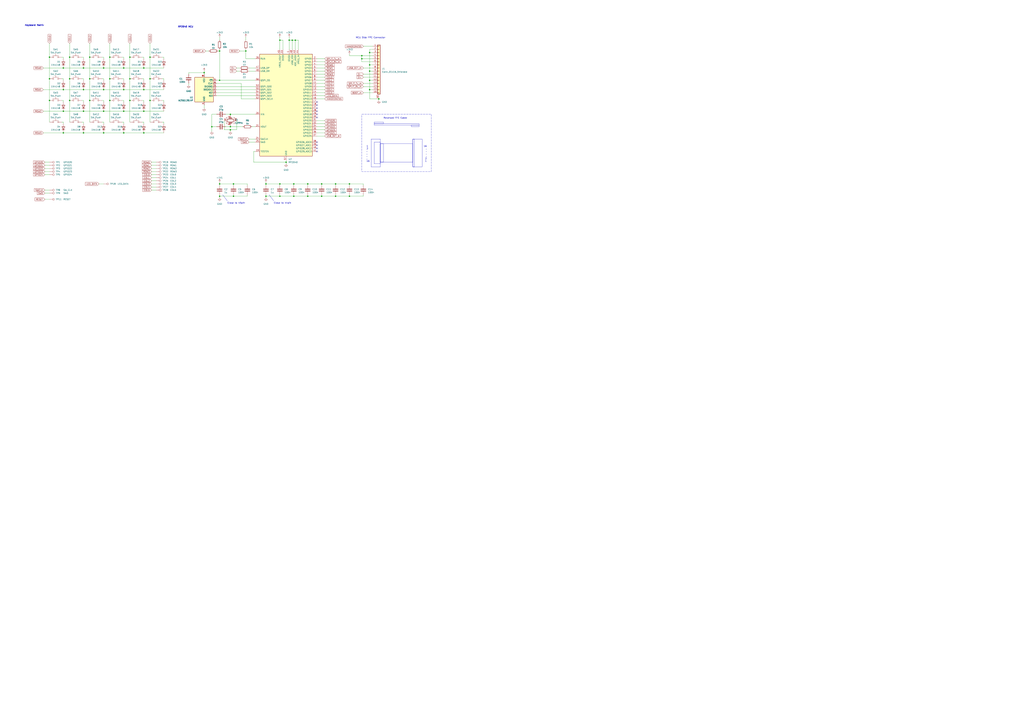
<source format=kicad_sch>
(kicad_sch (version 20231120) (generator "eeschema") (generator_version "8.0")
  (paper "A1")
  (junction (at 241.3 151.13))
  (junction (at 52.07 91.44))
  (junction (at 303.53 58.42))
  (junction (at 264.16 151.13))
  (junction (at 68.58 55.88))
  (junction (at 52.07 109.22))
  (junction (at 237.49 33.02))
  (junction (at 275.59 151.13))
  (junction (at 101.6 91.44))
  (junction (at 118.11 109.22))
  (junction (at 57.15 82.55))
  (junction (at 73.66 82.55))
  (junction (at 264.16 161.29))
  (junction (at 303.53 53.34))
  (junction (at 303.53 66.04))
  (junction (at 123.19 46.99))
  (junction (at 229.87 161.29))
  (junction (at 52.07 55.88))
  (junction (at 90.17 82.55))
  (junction (at 242.57 33.02))
  (junction (at 180.34 151.13))
  (junction (at 85.09 109.22))
  (junction (at 180.34 161.29))
  (junction (at 303.53 43.18))
  (junction (at 85.09 91.44))
  (junction (at 85.09 73.66))
  (junction (at 68.58 73.66))
  (junction (at 106.68 46.99))
  (junction (at 118.11 91.44))
  (junction (at 189.23 106.68))
  (junction (at 287.02 161.29))
  (junction (at 123.19 82.55))
  (junction (at 57.15 46.99))
  (junction (at 106.68 64.77))
  (junction (at 180.34 66.04))
  (junction (at 101.6 73.66))
  (junction (at 180.34 41.91))
  (junction (at 234.95 133.35))
  (junction (at 85.09 55.88))
  (junction (at 101.6 55.88))
  (junction (at 57.15 64.77))
  (junction (at 191.77 151.13))
  (junction (at 240.03 33.02))
  (junction (at 40.64 82.55))
  (junction (at 173.99 104.14))
  (junction (at 189.23 104.14))
  (junction (at 311.15 81.28))
  (junction (at 218.44 161.29))
  (junction (at 123.19 64.77))
  (junction (at 101.6 109.22))
  (junction (at 252.73 161.29))
  (junction (at 90.17 64.77))
  (junction (at 68.58 91.44))
  (junction (at 118.11 55.88))
  (junction (at 252.73 151.13))
  (junction (at 275.59 161.29))
  (junction (at 191.77 161.29))
  (junction (at 73.66 46.99))
  (junction (at 52.07 73.66))
  (junction (at 287.02 151.13))
  (junction (at 201.93 41.91))
  (junction (at 297.18 48.26))
  (junction (at 229.87 151.13))
  (junction (at 241.3 161.29))
  (junction (at 303.53 73.66))
  (junction (at 229.87 33.02))
  (junction (at 73.66 64.77))
  (junction (at 90.17 46.99))
  (junction (at 68.58 109.22))
  (junction (at 218.44 151.13))
  (junction (at 167.64 59.69))
  (junction (at 40.64 46.99))
  (junction (at 40.64 64.77))
  (junction (at 297.18 45.72))
  (junction (at 118.11 73.66))
  (junction (at 106.68 82.55))
  (junction (at 189.23 93.98))
  (no_connect (at 260.35 121.92))
  (no_connect (at 260.35 124.46))
  (no_connect (at 260.35 119.38))
  (no_connect (at 260.35 96.52))
  (no_connect (at 260.35 83.82))
  (no_connect (at 260.35 91.44))
  (no_connect (at 260.35 86.36))
  (no_connect (at 260.35 88.9))
  (no_connect (at 260.35 93.98))
  (no_connect (at 260.35 116.84))
  (wire (pts (xy 203.2 161.29) (xy 203.2 160.02)))
  (wire (pts (xy 303.53 58.42) (xy 306.07 58.42)))
  (wire (pts (xy 218.44 149.86) (xy 218.44 151.13)))
  (wire (pts (xy 83.82 82.55) (xy 85.09 82.55)))
  (wire (pts (xy 124.46 153.67) (xy 128.27 153.67)))
  (wire (pts (xy 154.94 68.58) (xy 154.94 69.85)))
  (wire (pts (xy 180.34 66.04) (xy 209.55 66.04)))
  (wire (pts (xy 123.19 46.99) (xy 123.19 64.77)))
  (wire (pts (xy 85.09 82.55) (xy 85.09 83.82)))
  (wire (pts (xy 241.3 161.29) (xy 252.73 161.29)))
  (wire (pts (xy 237.49 40.64) (xy 237.49 33.02)))
  (wire (pts (xy 123.19 82.55) (xy 123.19 100.33)))
  (wire (pts (xy 177.8 78.74) (xy 209.55 78.74)))
  (wire (pts (xy 36.83 143.51) (xy 40.64 143.51)))
  (wire (pts (xy 133.35 64.77) (xy 134.62 64.77)))
  (wire (pts (xy 106.68 35.56) (xy 106.68 46.99)))
  (wire (pts (xy 85.09 91.44) (xy 101.6 91.44)))
  (wire (pts (xy 83.82 46.99) (xy 85.09 46.99)))
  (wire (pts (xy 229.87 161.29) (xy 241.3 161.29)))
  (wire (pts (xy 123.19 35.56) (xy 123.19 46.99)))
  (wire (pts (xy 124.46 140.97) (xy 128.27 140.97)))
  (wire (pts (xy 260.35 99.06) (xy 266.7 99.06)))
  (wire (pts (xy 185.42 104.14) (xy 189.23 104.14)))
  (wire (pts (xy 85.09 55.88) (xy 101.6 55.88)))
  (wire (pts (xy 134.62 64.77) (xy 134.62 66.04)))
  (wire (pts (xy 260.35 66.04) (xy 266.7 66.04)))
  (wire (pts (xy 203.2 151.13) (xy 203.2 152.4)))
  (wire (pts (xy 116.84 46.99) (xy 118.11 46.99)))
  (wire (pts (xy 35.56 109.22) (xy 52.07 109.22)))
  (wire (pts (xy 124.46 156.21) (xy 128.27 156.21)))
  (wire (pts (xy 52.07 100.33) (xy 52.07 101.6)))
  (wire (pts (xy 52.07 91.44) (xy 68.58 91.44)))
  (wire (pts (xy 260.35 101.6) (xy 266.7 101.6)))
  (wire (pts (xy 198.12 81.28) (xy 209.55 81.28)))
  (wire (pts (xy 118.11 100.33) (xy 118.11 101.6)))
  (wire (pts (xy 173.99 93.98) (xy 173.99 104.14)))
  (wire (pts (xy 218.44 151.13) (xy 218.44 152.4)))
  (wire (pts (xy 35.56 91.44) (xy 52.07 91.44)))
  (wire (pts (xy 298.45 161.29) (xy 287.02 161.29)))
  (wire (pts (xy 167.64 58.42) (xy 167.64 59.69)))
  (wire (pts (xy 36.83 138.43) (xy 40.64 138.43)))
  (wire (pts (xy 234.95 133.35) (xy 234.95 134.62)))
  (wire (pts (xy 189.23 104.14) (xy 189.23 102.87)))
  (wire (pts (xy 36.83 156.21) (xy 40.64 156.21)))
  (wire (pts (xy 264.16 151.13) (xy 264.16 152.4)))
  (wire (pts (xy 100.33 100.33) (xy 101.6 100.33)))
  (wire (pts (xy 116.84 100.33) (xy 118.11 100.33)))
  (wire (pts (xy 241.3 151.13) (xy 241.3 152.4)))
  (wire (pts (xy 90.17 64.77) (xy 90.17 82.55)))
  (wire (pts (xy 189.23 104.14) (xy 199.39 104.14)))
  (wire (pts (xy 303.53 40.64) (xy 306.07 40.64)))
  (wire (pts (xy 311.15 81.28) (xy 311.15 82.55)))
  (wire (pts (xy 297.18 45.72) (xy 306.07 45.72)))
  (wire (pts (xy 101.6 46.99) (xy 101.6 48.26)))
  (wire (pts (xy 133.35 46.99) (xy 134.62 46.99)))
  (wire (pts (xy 208.28 124.46) (xy 208.28 133.35)))
  (wire (pts (xy 303.53 73.66) (xy 303.53 81.28)))
  (wire (pts (xy 260.35 106.68) (xy 266.7 106.68)))
  (wire (pts (xy 303.53 73.66) (xy 306.07 73.66)))
  (wire (pts (xy 252.73 161.29) (xy 264.16 161.29)))
  (wire (pts (xy 184.15 99.06) (xy 184.15 106.68)))
  (wire (pts (xy 177.8 73.66) (xy 209.55 73.66)))
  (wire (pts (xy 196.85 41.91) (xy 201.93 41.91)))
  (wire (pts (xy 68.58 91.44) (xy 85.09 91.44)))
  (wire (pts (xy 303.53 81.28) (xy 311.15 81.28)))
  (wire (pts (xy 118.11 64.77) (xy 118.11 66.04)))
  (wire (pts (xy 306.07 48.26) (xy 297.18 48.26)))
  (wire (pts (xy 229.87 30.48) (xy 229.87 33.02)))
  (wire (pts (xy 118.11 82.55) (xy 118.11 83.82)))
  (wire (pts (xy 260.35 76.2) (xy 266.7 76.2)))
  (wire (pts (xy 194.31 58.42) (xy 196.85 58.42)))
  (polyline (pts (xy 220.98 160.02) (xy 224.79 165.1)))
  (wire (pts (xy 260.35 60.96) (xy 266.7 60.96)))
  (wire (pts (xy 180.34 161.29) (xy 191.77 161.29)))
  (wire (pts (xy 124.46 148.59) (xy 128.27 148.59)))
  (wire (pts (xy 180.34 149.86) (xy 180.34 151.13)))
  (wire (pts (xy 50.8 46.99) (xy 52.07 46.99)))
  (wire (pts (xy 50.8 82.55) (xy 52.07 82.55)))
  (wire (pts (xy 36.83 140.97) (xy 40.64 140.97)))
  (wire (pts (xy 260.35 68.58) (xy 266.7 68.58)))
  (wire (pts (xy 275.59 151.13) (xy 275.59 152.4)))
  (wire (pts (xy 154.94 60.96) (xy 154.94 59.69)))
  (wire (pts (xy 83.82 64.77) (xy 85.09 64.77)))
  (wire (pts (xy 52.07 64.77) (xy 52.07 66.04)))
  (wire (pts (xy 180.34 161.29) (xy 180.34 162.56)))
  (wire (pts (xy 297.18 48.26) (xy 297.18 50.8)))
  (wire (pts (xy 260.35 53.34) (xy 266.7 53.34)))
  (wire (pts (xy 101.6 100.33) (xy 101.6 101.6)))
  (wire (pts (xy 124.46 133.35) (xy 128.27 133.35)))
  (polyline (pts (xy 182.88 160.02) (xy 186.69 165.1)))
  (wire (pts (xy 237.49 30.48) (xy 237.49 33.02)))
  (wire (pts (xy 52.07 82.55) (xy 52.07 83.82)))
  (wire (pts (xy 287.02 151.13) (xy 298.45 151.13)))
  (wire (pts (xy 208.28 133.35) (xy 234.95 133.35)))
  (wire (pts (xy 298.45 160.02) (xy 298.45 161.29)))
  (wire (pts (xy 303.53 53.34) (xy 303.53 58.42)))
  (wire (pts (xy 173.99 104.14) (xy 173.99 107.95)))
  (wire (pts (xy 260.35 48.26) (xy 266.7 48.26)))
  (wire (pts (xy 52.07 55.88) (xy 68.58 55.88)))
  (wire (pts (xy 101.6 91.44) (xy 118.11 91.44)))
  (wire (pts (xy 180.34 41.91) (xy 180.34 66.04)))
  (wire (pts (xy 303.53 53.34) (xy 306.07 53.34)))
  (wire (pts (xy 229.87 33.02) (xy 229.87 40.64)))
  (wire (pts (xy 68.58 73.66) (xy 85.09 73.66)))
  (wire (pts (xy 260.35 111.76) (xy 266.7 111.76)))
  (wire (pts (xy 50.8 64.77) (xy 52.07 64.77)))
  (wire (pts (xy 177.8 76.2) (xy 209.55 76.2)))
  (wire (pts (xy 90.17 46.99) (xy 90.17 64.77)))
  (wire (pts (xy 118.11 109.22) (xy 134.62 109.22)))
  (wire (pts (xy 124.46 135.89) (xy 128.27 135.89)))
  (wire (pts (xy 245.11 33.02) (xy 245.11 40.64)))
  (wire (pts (xy 73.66 64.77) (xy 73.66 82.55)))
  (wire (pts (xy 180.34 151.13) (xy 180.34 152.4)))
  (wire (pts (xy 303.53 66.04) (xy 303.53 73.66)))
  (wire (pts (xy 264.16 161.29) (xy 275.59 161.29)))
  (wire (pts (xy 194.31 55.88) (xy 196.85 55.88)))
  (wire (pts (xy 180.34 30.48) (xy 180.34 33.02)))
  (wire (pts (xy 57.15 35.56) (xy 57.15 46.99)))
  (wire (pts (xy 234.95 132.08) (xy 234.95 133.35)))
  (wire (pts (xy 232.41 40.64) (xy 232.41 33.02)))
  (wire (pts (xy 198.12 68.58) (xy 198.12 81.28)))
  (wire (pts (xy 40.64 46.99) (xy 40.64 64.77)))
  (wire (pts (xy 191.77 151.13) (xy 203.2 151.13)))
  (wire (pts (xy 297.18 45.72) (xy 297.18 48.26)))
  (wire (pts (xy 35.56 55.88) (xy 52.07 55.88)))
  (wire (pts (xy 298.45 38.1) (xy 306.07 38.1)))
  (wire (pts (xy 73.66 46.99) (xy 73.66 64.77)))
  (wire (pts (xy 242.57 33.02) (xy 245.11 33.02)))
  (wire (pts (xy 229.87 151.13) (xy 241.3 151.13)))
  (wire (pts (xy 191.77 161.29) (xy 203.2 161.29)))
  (wire (pts (xy 275.59 160.02) (xy 275.59 161.29)))
  (wire (pts (xy 101.6 64.77) (xy 101.6 66.04)))
  (wire (pts (xy 298.45 76.2) (xy 306.07 76.2)))
  (wire (pts (xy 241.3 151.13) (xy 252.73 151.13)))
  (wire (pts (xy 229.87 160.02) (xy 229.87 161.29)))
  (wire (pts (xy 275.59 161.29) (xy 287.02 161.29)))
  (wire (pts (xy 52.07 73.66) (xy 68.58 73.66)))
  (wire (pts (xy 209.55 124.46) (xy 208.28 124.46)))
  (wire (pts (xy 118.11 91.44) (xy 134.62 91.44)))
  (wire (pts (xy 180.34 151.13) (xy 191.77 151.13)))
  (wire (pts (xy 264.16 151.13) (xy 275.59 151.13)))
  (wire (pts (xy 185.42 93.98) (xy 189.23 93.98)))
  (wire (pts (xy 90.17 82.55) (xy 90.17 100.33)))
  (wire (pts (xy 297.18 50.8) (xy 306.07 50.8)))
  (wire (pts (xy 260.35 58.42) (xy 266.7 58.42)))
  (wire (pts (xy 57.15 82.55) (xy 57.15 100.33)))
  (wire (pts (xy 189.23 106.68) (xy 189.23 107.95)))
  (wire (pts (xy 191.77 151.13) (xy 191.77 152.4)))
  (wire (pts (xy 100.33 82.55) (xy 101.6 82.55)))
  (wire (pts (xy 260.35 71.12) (xy 266.7 71.12)))
  (wire (pts (xy 260.35 78.74) (xy 266.7 78.74)))
  (wire (pts (xy 201.93 30.48) (xy 201.93 33.02)))
  (wire (pts (xy 241.3 160.02) (xy 241.3 161.29)))
  (wire (pts (xy 106.68 46.99) (xy 106.68 64.77)))
  (wire (pts (xy 260.35 109.22) (xy 266.7 109.22)))
  (wire (pts (xy 173.99 93.98) (xy 177.8 93.98)))
  (wire (pts (xy 50.8 100.33) (xy 52.07 100.33)))
  (wire (pts (xy 242.57 33.02) (xy 242.57 40.64)))
  (wire (pts (xy 264.16 160.02) (xy 264.16 161.29)))
  (wire (pts (xy 232.41 33.02) (xy 229.87 33.02)))
  (wire (pts (xy 124.46 146.05) (xy 128.27 146.05)))
  (wire (pts (xy 298.45 68.58) (xy 306.07 68.58)))
  (wire (pts (xy 73.66 35.56) (xy 73.66 46.99)))
  (wire (pts (xy 260.35 63.5) (xy 266.7 63.5)))
  (wire (pts (xy 85.09 64.77) (xy 85.09 66.04)))
  (wire (pts (xy 57.15 46.99) (xy 57.15 64.77)))
  (wire (pts (xy 133.35 100.33) (xy 134.62 100.33)))
  (wire (pts (xy 189.23 93.98) (xy 209.55 93.98)))
  (wire (pts (xy 118.11 73.66) (xy 134.62 73.66)))
  (wire (pts (xy 106.68 82.55) (xy 106.68 100.33)))
  (wire (pts (xy 204.47 116.84) (xy 209.55 116.84)))
  (wire (pts (xy 101.6 109.22) (xy 118.11 109.22)))
  (wire (pts (xy 67.31 82.55) (xy 68.58 82.55)))
  (wire (pts (xy 260.35 73.66) (xy 266.7 73.66)))
  (wire (pts (xy 298.45 55.88) (xy 306.07 55.88)))
  (wire (pts (xy 81.28 151.13) (xy 85.09 151.13)))
  (wire (pts (xy 194.31 99.06) (xy 194.31 106.68)))
  (wire (pts (xy 240.03 33.02) (xy 242.57 33.02)))
  (wire (pts (xy 85.09 109.22) (xy 101.6 109.22)))
  (wire (pts (xy 36.83 133.35) (xy 40.64 133.35)))
  (wire (pts (xy 179.07 41.91) (xy 180.34 41.91)))
  (wire (pts (xy 303.53 58.42) (xy 303.53 66.04)))
  (wire (pts (xy 68.58 64.77) (xy 68.58 66.04)))
  (wire (pts (xy 68.58 109.22) (xy 85.09 109.22)))
  (wire (pts (xy 118.11 46.99) (xy 118.11 48.26)))
  (wire (pts (xy 177.8 71.12) (xy 209.55 71.12)))
  (wire (pts (xy 40.64 35.56) (xy 40.64 46.99)))
  (wire (pts (xy 167.64 86.36) (xy 167.64 88.9)))
  (wire (pts (xy 90.17 35.56) (xy 90.17 46.99)))
  (wire (pts (xy 298.45 60.96) (xy 306.07 60.96)))
  (wire (pts (xy 252.73 151.13) (xy 252.73 152.4)))
  (wire (pts (xy 237.49 33.02) (xy 240.03 33.02)))
  (wire (pts (xy 40.64 64.77) (xy 40.64 82.55)))
  (wire (pts (xy 260.35 50.8) (xy 266.7 50.8)))
  (wire (pts (xy 100.33 46.99) (xy 101.6 46.99)))
  (wire (pts (xy 123.19 64.77) (xy 123.19 82.55)))
  (wire (pts (xy 218.44 161.29) (xy 218.44 162.56)))
  (wire (pts (xy 204.47 114.3) (xy 209.55 114.3)))
  (wire (pts (xy 204.47 58.42) (xy 209.55 58.42)))
  (wire (pts (xy 154.94 59.69) (xy 167.64 59.69)))
  (wire (pts (xy 67.31 64.77) (xy 68.58 64.77)))
  (wire (pts (xy 303.53 43.18) (xy 306.07 43.18)))
  (wire (pts (xy 116.84 64.77) (xy 118.11 64.77)))
  (wire (pts (xy 191.77 160.02) (xy 191.77 161.29)))
  (wire (pts (xy 180.34 160.02) (xy 180.34 161.29)))
  (wire (pts (xy 57.15 64.77) (xy 57.15 82.55)))
  (wire (pts (xy 168.91 41.91) (xy 171.45 41.91)))
  (wire (pts (xy 173.99 104.14) (xy 177.8 104.14)))
  (wire (pts (xy 287.02 160.02) (xy 287.02 161.29)))
  (wire (pts (xy 240.03 33.02) (xy 240.03 40.64)))
  (wire (pts (xy 287.02 151.13) (xy 287.02 152.4)))
  (wire (pts (xy 85.09 46.99) (xy 85.09 48.26)))
  (wire (pts (xy 100.33 64.77) (xy 101.6 64.77)))
  (wire (pts (xy 133.35 82.55) (xy 134.62 82.55)))
  (wire (pts (xy 85.09 73.66) (xy 101.6 73.66)))
  (wire (pts (xy 124.46 138.43) (xy 128.27 138.43)))
  (wire (pts (xy 184.15 106.68) (xy 189.23 106.68)))
  (wire (pts (xy 303.53 66.04) (xy 306.07 66.04)))
  (wire (pts (xy 116.84 82.55) (xy 118.11 82.55)))
  (wire (pts (xy 36.83 158.75) (xy 40.64 158.75)))
  (wire (pts (xy 101.6 73.66) (xy 118.11 73.66)))
  (wire (pts (xy 124.46 143.51) (xy 128.27 143.51)))
  (wire (pts (xy 298.45 71.12) (xy 306.07 71.12)))
  (wire (pts (xy 218.44 160.02) (xy 218.44 161.29)))
  (wire (pts (xy 218.44 151.13) (xy 229.87 151.13)))
  (wire (pts (xy 167.64 59.69) (xy 167.64 60.96)))
  (wire (pts (xy 134.62 46.99) (xy 134.62 48.26)))
  (wire (pts (xy 106.68 64.77) (xy 106.68 82.55)))
  (wire (pts (xy 207.01 104.14) (xy 209.55 104.14)))
  (wire (pts (xy 40.64 82.55) (xy 40.64 100.33)))
  (wire (pts (xy 201.93 40.64) (xy 201.93 41.91)))
  (wire (pts (xy 73.66 82.55) (xy 73.66 100.33)))
  (wire (pts (xy 252.73 160.02) (xy 252.73 161.29)))
  (wire (pts (xy 260.35 55.88) (xy 266.7 55.88)))
  (wire (pts (xy 194.31 106.68) (xy 189.23 106.68)))
  (wire (pts (xy 36.83 163.83) (xy 40.64 163.83)))
  (wire (pts (xy 252.73 151.13) (xy 264.16 151.13)))
  (wire (pts (xy 303.53 43.18) (xy 303.53 53.34)))
  (wire (pts (xy 204.47 55.88) (xy 209.55 55.88)))
  (wire (pts (xy 67.31 100.33) (xy 68.58 100.33)))
  (wire (pts (xy 189.23 93.98) (xy 189.23 95.25)))
  (wire (pts (xy 260.35 104.14) (xy 266.7 104.14)))
  (wire (pts (xy 52.07 46.99) (xy 52.07 48.26)))
  (wire (pts (xy 177.8 66.04) (xy 180.34 66.04)))
  (wire (pts (xy 134.62 82.55) (xy 134.62 83.82)))
  (wire (pts (xy 68.58 82.55) (xy 68.58 83.82)))
  (wire (pts (xy 180.34 40.64) (xy 180.34 41.91)))
  (wire (pts (xy 67.31 46.99) (xy 68.58 46.99)))
  (wire (pts (xy 36.83 135.89) (xy 40.64 135.89)))
  (wire (pts (xy 68.58 46.99) (xy 68.58 48.26)))
  (wire (pts (xy 118.11 55.88) (xy 134.62 55.88)))
  (wire (pts (xy 177.8 68.58) (xy 198.12 68.58)))
  (wire (pts (xy 303.53 40.64) (xy 303.53 43.18)))
  (wire (pts (xy 35.56 73.66) (xy 52.07 73.66)))
  (wire (pts (xy 124.46 151.13) (xy 128.27 151.13)))
  (wire (pts (xy 298.45 63.5) (xy 306.07 63.5)))
  (wire (pts (xy 101.6 55.88) (xy 118.11 55.88)))
  (wire (pts (xy 68.58 100.33) (xy 68.58 101.6)))
  (wire (pts (xy 134.62 100.33) (xy 134.62 101.6)))
  (wire (pts (xy 275.59 151.13) (xy 287.02 151.13)))
  (wire (pts (xy 201.93 48.26) (xy 209.55 48.26)))
  (wire (pts (xy 298.45 152.4) (xy 298.45 151.13)))
  (wire (pts (xy 83.82 100.33) (xy 85.09 100.33)))
  (wire (pts (xy 287.02 45.72) (xy 297.18 45.72)))
  (wire (pts (xy 201.93 41.91) (xy 201.93 48.26)))
  (wire (pts (xy 85.09 100.33) (xy 85.09 101.6)))
  (wire (pts (xy 101.6 82.55) (xy 101.6 83.82)))
  (wire (pts (xy 52.07 109.22) (xy 68.58 109.22)))
  (wire (pts (xy 229.87 151.13) (xy 229.87 152.4)))
  (wire (pts (xy 260.35 81.28) (xy 266.7 81.28)))
  (wire (pts (xy 218.44 161.29) (xy 229.87 161.29)))
  (wire (pts (xy 287.02 44.45) (xy 287.02 45.72)))
  (wire (pts (xy 68.58 55.88) (xy 85.09 55.88)))
  (rectangle (start 339.09 114.3) (end 340.36 137.16))
  (rectangle (start 307.34 100.33) (end 314.96 101.6))
  (rectangle (start 339.09 114.3) (end 346.71 137.16))
  (rectangle (start 297.18 93.98) (end 354.33 140.97) (stroke (width 0) (type dash)))
  (rectangle (start 312.42 118.11) (end 339.09 133.35))
  (rectangle (start 307.34 116.84) (end 312.42 134.62))
  (rectangle (start 307.34 101.6) (end 344.17 102.87))
  (rectangle (start 312.42 118.11) (end 314.96 133.35))
  (rectangle (start 304.8 114.3) (end 312.42 137.16))
  (rectangle (start 337.82 102.87) (end 344.17 104.14))
  (text "1\n2\n.\n.\n.\n.\n16" (at 300.99 133.35 0) (effects (font (size 1.27 1.27)) (justify left bottom)))
  (text "RP2040 MCU" (at 146.05 22.86 0) (effects (font (size 1.27 1.27) (thickness 0.254) (bold yes) (italic yes)) (justify left bottom)))
  (text "Close to 44pin" (at 224.79 167.64 0) (effects (font (size 1.27 1.27)) (justify left bottom)))
  (text "Keyboard Matrix" (at 20.32 21.59 0) (effects (font (size 1.27 1.27) (thickness 0.254) (bold yes) (italic yes)) (justify left bottom)))
  (text "MCU Side FPC Connector" (at 292.1 31.75 0) (effects (font (size 1.27 1.27)) (justify left bottom)))
  (text "Reversed FFC Cable" (at 314.96 97.79 0) (effects (font (size 1.27 1.27)) (justify left bottom)))
  (text "Close to 45pin" (at 186.69 167.64 0) (effects (font (size 1.27 1.27)) (justify left bottom)))
  (text "16\n.\n.\n.\n.\n2\n1" (at 350.52 133.35 0) (effects (font (size 1.27 1.27)) (justify right bottom)))
  (global_label "SWCLK" (shape input) (at 36.83 156.21 180) (property "Intersheetrefs" "${INTERSHEET_REFS}" (effects (hide yes))))
  (global_label "BOOT_m" (shape input) (at 298.45 76.2 180) (property "Intersheetrefs" "${INTERSHEET_REFS}" (effects (hide yes))))
  (global_label "COL0" (shape input) (at 40.64 35.56 90) (property "Intersheetrefs" "${INTERSHEET_REFS}" (effects (hide yes))))
  (global_label "COL4" (shape input) (at 106.68 35.56 90) (property "Intersheetrefs" "${INTERSHEET_REFS}" (effects (hide yes))))
  (global_label "HANDEDNESS" (shape input) (at 298.45 38.1 180) (property "Intersheetrefs" "${INTERSHEET_REFS}" (effects (hide yes))))
  (global_label "COL5" (shape input) (at 124.46 156.21 180) (property "Intersheetrefs" "${INTERSHEET_REFS}" (effects (hide yes))))
  (global_label "ROW3" (shape input) (at 266.7 60.96 0) (property "Intersheetrefs" "${INTERSHEET_REFS}" (effects (hide yes))))
  (global_label "ROW1" (shape input) (at 35.56 73.66 180) (property "Intersheetrefs" "${INTERSHEET_REFS}" (effects (hide yes))))
  (global_label "COL3" (shape input) (at 90.17 35.56 90) (property "Intersheetrefs" "${INTERSHEET_REFS}" (effects (hide yes))))
  (global_label "COL0" (shape input) (at 124.46 143.51 180) (property "Intersheetrefs" "${INTERSHEET_REFS}" (effects (hide yes))))
  (global_label "ROW2" (shape input) (at 35.56 91.44 180) (property "Intersheetrefs" "${INTERSHEET_REFS}" (effects (hide yes))))
  (global_label "COL2" (shape input) (at 266.7 68.58 0) (property "Intersheetrefs" "${INTERSHEET_REFS}" (effects (hide yes))))
  (global_label "GPIO23" (shape input) (at 266.7 106.68 0) (property "Intersheetrefs" "${INTERSHEET_REFS}" (effects (hide yes))))
  (global_label "ROW0" (shape input) (at 266.7 53.34 0) (property "Intersheetrefs" "${INTERSHEET_REFS}" (effects (hide yes))))
  (global_label "BOOT_m" (shape input) (at 168.91 41.91 180) (property "Intersheetrefs" "${INTERSHEET_REFS}" (effects (hide yes))))
  (global_label "GPIO22" (shape input) (at 36.83 138.43 180) (property "Intersheetrefs" "${INTERSHEET_REFS}" (effects (hide yes))))
  (global_label "GPIO20" (shape input) (at 36.83 133.35 180) (property "Intersheetrefs" "${INTERSHEET_REFS}" (effects (hide yes))))
  (global_label "GPIO22" (shape input) (at 266.7 104.14 0) (property "Intersheetrefs" "${INTERSHEET_REFS}" (effects (hide yes))))
  (global_label "SPLIT_Rx_m" (shape input) (at 266.7 50.8 0) (property "Intersheetrefs" "${INTERSHEET_REFS}" (effects (hide yes))))
  (global_label "COL4" (shape input) (at 266.7 73.66 0) (property "Intersheetrefs" "${INTERSHEET_REFS}" (effects (hide yes))))
  (global_label "GPIO24" (shape input) (at 36.83 143.51 180) (property "Intersheetrefs" "${INTERSHEET_REFS}" (effects (hide yes))))
  (global_label "COL1" (shape input) (at 124.46 146.05 180) (property "Intersheetrefs" "${INTERSHEET_REFS}" (effects (hide yes))))
  (global_label "HANDEDNESS" (shape input) (at 266.7 81.28 0) (property "Intersheetrefs" "${INTERSHEET_REFS}" (effects (hide yes))))
  (global_label "COL2" (shape input) (at 124.46 148.59 180) (property "Intersheetrefs" "${INTERSHEET_REFS}" (effects (hide yes))))
  (global_label "D-" (shape input) (at 194.31 58.42 180) (property "Intersheetrefs" "${INTERSHEET_REFS}" (effects (hide yes))))
  (global_label "ROW0" (shape input) (at 35.56 55.88 180) (property "Intersheetrefs" "${INTERSHEET_REFS}" (effects (hide yes))))
  (global_label "RESET" (shape input) (at 196.85 41.91 180) (property "Intersheetrefs" "${INTERSHEET_REFS}" (effects (hide yes))))
  (global_label "RESET" (shape input) (at 36.83 163.83 180) (property "Intersheetrefs" "${INTERSHEET_REFS}" (effects (hide yes))))
  (global_label "COL0" (shape input) (at 266.7 63.5 0) (property "Intersheetrefs" "${INTERSHEET_REFS}" (effects (hide yes))))
  (global_label "ROW1" (shape input) (at 266.7 55.88 0) (property "Intersheetrefs" "${INTERSHEET_REFS}" (effects (hide yes))))
  (global_label "COL2" (shape input) (at 73.66 35.56 90) (property "Intersheetrefs" "${INTERSHEET_REFS}" (effects (hide yes))))
  (global_label "COL4" (shape input) (at 124.46 153.67 180) (property "Intersheetrefs" "${INTERSHEET_REFS}" (effects (hide yes))))
  (global_label "SPLIT_Rx_m" (shape input) (at 298.45 71.12 180) (property "Intersheetrefs" "${INTERSHEET_REFS}" (effects (hide yes))))
  (global_label "SPLIT_Tx_m" (shape input) (at 266.7 48.26 0) (property "Intersheetrefs" "${INTERSHEET_REFS}" (effects (hide yes))))
  (global_label "ROW1" (shape input) (at 124.46 135.89 180) (property "Intersheetrefs" "${INTERSHEET_REFS}" (effects (hide yes))))
  (global_label "ROW0" (shape input) (at 124.46 133.35 180) (property "Intersheetrefs" "${INTERSHEET_REFS}" (effects (hide yes))))
  (global_label "D+" (shape input) (at 298.45 63.5 180) (property "Intersheetrefs" "${INTERSHEET_REFS}" (effects (hide yes))))
  (global_label "SWCLK" (shape input) (at 204.47 114.3 180) (property "Intersheetrefs" "${INTERSHEET_REFS}" (effects (hide yes))))
  (global_label "COL1" (shape input) (at 266.7 66.04 0) (property "Intersheetrefs" "${INTERSHEET_REFS}" (effects (hide yes))))
  (global_label "COL1" (shape input) (at 57.15 35.56 90) (property "Intersheetrefs" "${INTERSHEET_REFS}" (effects (hide yes))))
  (global_label "GPIO21" (shape input) (at 36.83 135.89 180) (property "Intersheetrefs" "${INTERSHEET_REFS}" (effects (hide yes))))
  (global_label "LED_DATA" (shape input) (at 266.7 78.74 0) (property "Intersheetrefs" "${INTERSHEET_REFS}" (effects (hide yes))))
  (global_label "ROW3" (shape input) (at 124.46 140.97 180) (property "Intersheetrefs" "${INTERSHEET_REFS}" (effects (hide yes))))
  (global_label "GPIO23" (shape input) (at 36.83 140.97 180) (property "Intersheetrefs" "${INTERSHEET_REFS}" (effects (hide yes))))
  (global_label "D-" (shape input) (at 298.45 60.96 180) (property "Intersheetrefs" "${INTERSHEET_REFS}" (effects (hide yes))))
  (global_label "ROW3" (shape input) (at 35.56 109.22 180) (property "Intersheetrefs" "${INTERSHEET_REFS}" (effects (hide yes))))
  (global_label "SPLIT_Tx_m" (shape input) (at 298.45 68.58 180) (property "Intersheetrefs" "${INTERSHEET_REFS}" (effects (hide yes))))
  (global_label "USB_DET_m" (shape input) (at 298.45 55.88 180) (property "Intersheetrefs" "${INTERSHEET_REFS}" (effects (hide yes))))
  (global_label "COL5" (shape input) (at 123.19 35.56 90) (property "Intersheetrefs" "${INTERSHEET_REFS}" (effects (hide yes))))
  (global_label "COL5" (shape input) (at 266.7 76.2 0) (property "Intersheetrefs" "${INTERSHEET_REFS}" (effects (hide yes))))
  (global_label "ROW2" (shape input) (at 124.46 138.43 180) (property "Intersheetrefs" "${INTERSHEET_REFS}" (effects (hide yes))))
  (global_label "GPIO24" (shape input) (at 266.7 109.22 0) (property "Intersheetrefs" "${INTERSHEET_REFS}" (effects (hide yes))))
  (global_label "SWD" (shape input) (at 36.83 158.75 180) (property "Intersheetrefs" "${INTERSHEET_REFS}" (effects (hide yes))))
  (global_label "D+" (shape input) (at 194.31 55.88 180) (property "Intersheetrefs" "${INTERSHEET_REFS}" (effects (hide yes))))
  (global_label "USB_DET_m" (shape input) (at 266.7 111.76 0) (property "Intersheetrefs" "${INTERSHEET_REFS}" (effects (hide yes))))
  (global_label "ROW2" (shape input) (at 266.7 58.42 0) (property "Intersheetrefs" "${INTERSHEET_REFS}" (effects (hide yes))))
  (global_label "GPIO20" (shape input) (at 266.7 99.06 0) (property "Intersheetrefs" "${INTERSHEET_REFS}" (effects (hide yes))))
  (global_label "COL3" (shape input) (at 266.7 71.12 0) (property "Intersheetrefs" "${INTERSHEET_REFS}" (effects (hide yes))))
  (global_label "LED_DATA" (shape input) (at 81.28 151.13 180) (property "Intersheetrefs" "${INTERSHEET_REFS}" (effects (hide yes))))
  (global_label "GPIO21" (shape input) (at 266.7 101.6 0) (property "Intersheetrefs" "${INTERSHEET_REFS}" (effects (hide yes))))
  (global_label "COL3" (shape input) (at 124.46 151.13 180) (property "Intersheetrefs" "${INTERSHEET_REFS}" (effects (hide yes))))
  (global_label "SWD" (shape input) (at 204.47 116.84 180) (property "Intersheetrefs" "${INTERSHEET_REFS}" (effects (hide yes))))
  (symbol (lib_id "Device:D") (at 52.07 52.07 90) (unit 1)
    (property "Reference" "D1" (at 46.99 50.8 90) (effects (justify right)))
    (property "Value" "1N4148" (at 41.91 53.34 90) (effects (justify right)))
    (property "Footprint" "Diode_SMD:D_SOD-323" (effects (hide yes)))
    (property "Sim.Device" "D" (effects (hide yes)))
    (property "Sim.Pins" "1=K 2=A" (effects (hide yes)))
    (property "LCSC" "C81598" (effects (hide yes)))
  )
  (symbol (lib_id "Device:D") (at 52.07 69.85 90) (unit 1)
    (property "Reference" "D2" (at 46.99 68.58 90) (effects (justify right)))
    (property "Value" "1N4148" (at 41.91 71.12 90) (effects (justify right)))
    (property "Footprint" "Diode_SMD:D_SOD-323" (effects (hide yes)))
    (property "Sim.Device" "D" (effects (hide yes)))
    (property "Sim.Pins" "1=K 2=A" (effects (hide yes)))
    (property "LCSC" "C81598" (effects (hide yes)))
  )
  (symbol (lib_id "Device:D") (at 85.09 69.85 90) (unit 1)
    (property "Reference" "D10" (at 80.01 68.58 90) (effects (justify right)))
    (property "Value" "1N4148" (at 74.93 71.12 90) (effects (justify right)))
    (property "Footprint" "Diode_SMD:D_SOD-323" (effects (hide yes)))
    (property "Sim.Device" "D" (effects (hide yes)))
    (property "Sim.Pins" "1=K 2=A" (effects (hide yes)))
    (property "LCSC" "C81598" (effects (hide yes)))
  )
  (symbol (lib_id "Switch:SW_Push") (at 128.27 100.33 0) (unit 1)
    (property "Reference" "SW24" (at 128.27 93.98 0))
    (property "Value" "SW_Push" (at 128.27 96.52 0))
    (property "Footprint" "footprint:SW_Hotswap_Kailh_Choc_V1V2_1.00u" (effects (hide yes)))
  )
  (symbol (lib_id "Switch:SW_Push") (at 78.74 82.55 0) (unit 1)
    (property "Reference" "SW11" (at 78.74 76.2 0))
    (property "Value" "SW_Push" (at 78.74 78.74 0))
    (property "Footprint" "footprint:SW_Hotswap_Kailh_Choc_V1V2_1.00u" (effects (hide yes)))
  )
  (symbol (lib_id "Switch:SW_Push") (at 45.72 46.99 0) (unit 1)
    (property "Reference" "SW1" (at 45.72 40.64 0))
    (property "Value" "SW_Push" (at 45.72 43.18 0))
    (property "Footprint" "footprint:SW_Hotswap_Kailh_Choc_V1V2_1.00u" (effects (hide yes)))
  )
  (symbol (lib_id "Device:D") (at 68.58 52.07 90) (unit 1)
    (property "Reference" "D5" (at 63.5 50.8 90) (effects (justify right)))
    (property "Value" "1N4148" (at 58.42 53.34 90) (effects (justify right)))
    (property "Footprint" "Diode_SMD:D_SOD-323" (effects (hide yes)))
    (property "Sim.Device" "D" (effects (hide yes)))
    (property "Sim.Pins" "1=K 2=A" (effects (hide yes)))
    (property "LCSC" "C81598" (effects (hide yes)))
  )
  (symbol (lib_id "Device:D") (at 85.09 52.07 90) (unit 1)
    (property "Reference" "D9" (at 80.01 50.8 90) (effects (justify right)))
    (property "Value" "1N4148" (at 74.93 53.34 90) (effects (justify right)))
    (property "Footprint" "Diode_SMD:D_SOD-323" (effects (hide yes)))
    (property "Sim.Device" "D" (effects (hide yes)))
    (property "Sim.Pins" "1=K 2=A" (effects (hide yes)))
    (property "LCSC" "C81598" (effects (hide yes)))
  )
  (symbol (lib_id "Device:D") (at 134.62 105.41 90) (unit 1)
    (property "Reference" "D24" (at 129.54 104.14 90) (effects (justify right)))
    (property "Value" "1N4148" (at 124.46 106.68 90) (effects (justify right)))
    (property "Footprint" "Diode_SMD:D_SOD-323" (effects (hide yes)))
    (property "Sim.Device" "D" (effects (hide yes)))
    (property "Sim.Pins" "1=K 2=A" (effects (hide yes)))
    (property "LCSC" "C81598" (effects (hide yes)))
  )
  (symbol (lib_id "Device:D") (at 85.09 105.41 90) (unit 1)
    (property "Reference" "D12" (at 80.01 104.14 90) (effects (justify right)))
    (property "Value" "1N4148" (at 74.93 106.68 90) (effects (justify right)))
    (property "Footprint" "Diode_SMD:D_SOD-323" (effects (hide yes)))
    (property "Sim.Device" "D" (effects (hide yes)))
    (property "Sim.Pins" "1=K 2=A" (effects (hide yes)))
    (property "LCSC" "C81598" (effects (hide yes)))
  )
  (symbol (lib_id "Switch:SW_Push") (at 45.72 64.77 0) (unit 1)
    (property "Reference" "SW2" (at 45.72 58.42 0))
    (property "Value" "SW_Push" (at 45.72 60.96 0))
    (property "Footprint" "footprint:SW_Hotswap_Kailh_Choc_V1V2_1.00u" (effects (hide yes)))
  )
  (symbol (lib_id "Device:D") (at 118.11 52.07 90) (unit 1)
    (property "Reference" "D17" (at 113.03 50.8 90) (effects (justify right)))
    (property "Value" "1N4148" (at 107.95 53.34 90) (effects (justify right)))
    (property "Footprint" "Diode_SMD:D_SOD-323" (effects (hide yes)))
    (property "Sim.Device" "D" (effects (hide yes)))
    (property "Sim.Pins" "1=K 2=A" (effects (hide yes)))
    (property "LCSC" "C81598" (effects (hide yes)))
  )
  (symbol (lib_id "power:GND") (at 189.23 107.95 0) (unit 1)
    (property "Reference" "#PWR013" (effects (hide yes)))
    (property "Value" "GND" (at 189.23 113.03 0))
  )
  (symbol (lib_id "Device:C") (at 181.61 93.98 90) (unit 1)
    (property "Reference" "C3" (at 181.61 87.63 90))
    (property "Value" "27p" (at 181.61 90.17 90))
    (property "Footprint" "Capacitor_SMD:C_0402_1005Metric" (effects (hide yes)))
    (property "LCSC" "C107045" (effects (hide yes)))
  )
  (symbol (lib_id "Switch:SW_Push") (at 111.76 64.77 0) (unit 1)
    (property "Reference" "SW18" (at 111.76 58.42 0))
    (property "Value" "SW_Push" (at 111.76 60.96 0))
    (property "Footprint" "footprint:SW_Hotswap_Kailh_Choc_V1V2_1.00u" (effects (hide yes)))
  )
  (symbol (lib_id "Device:R") (at 201.93 36.83 180) (unit 1)
    (property "Reference" "R5" (at 204.47 36.195 0) (effects (justify right)))
    (property "Value" "10k" (at 204.47 38.735 0) (effects (justify right)))
    (property "Footprint" "Resistor_SMD:R_0402_1005Metric" (effects (hide yes)))
    (property "LCSC" "C25804" (effects (hide yes)))
  )
  (symbol (lib_id "Device:R") (at 203.2 104.14 90) (unit 1)
    (property "Reference" "R6" (at 203.2 99.06 90))
    (property "Value" "1k" (at 203.2 101.6 90))
    (property "Footprint" "Resistor_SMD:R_0402_1005Metric" (effects (hide yes)))
    (property "LCSC" "C21190" (effects (hide yes)))
  )
  (symbol (lib_id "power:GND") (at 173.99 107.95 0) (unit 1)
    (property "Reference" "#PWR09" (effects (hide yes)))
    (property "Value" "GND" (at 173.99 113.03 0))
  )
  (symbol (lib_id "Switch:SW_Push") (at 95.25 82.55 0) (unit 1)
    (property "Reference" "SW15" (at 95.25 76.2 0))
    (property "Value" "SW_Push" (at 95.25 78.74 0))
    (property "Footprint" "footprint:SW_Hotswap_Kailh_Choc_V1V2_1.00u" (effects (hide yes)))
  )
  (symbol (lib_id "Connector:TestPoint") (at 40.64 140.97 270) (unit 1)
    (property "Reference" "TP4" (at 45.72 140.97 90) (effects (justify left)))
    (property "Value" "GPIO23" (at 52.07 140.97 90) (effects (justify left)))
    (property "Footprint" "TestPoint:TestPoint_Pad_D1.0mm" (effects (hide yes)))
  )
  (symbol (lib_id "Device:C") (at 241.3 156.21 180) (unit 1)
    (property "Reference" "C9" (at 245.11 155.575 0) (effects (justify right)))
    (property "Value" "100n" (at 245.11 158.115 0) (effects (justify right)))
    (property "Footprint" "Capacitor_SMD:C_0402_1005Metric" (effects (hide yes)))
    (property "LCSC" "C1591" (effects (hide yes)))
  )
  (symbol (lib_id "Device:D") (at 101.6 87.63 90) (unit 1)
    (property "Reference" "D15" (at 96.52 86.36 90) (effects (justify right)))
    (property "Value" "1N4148" (at 91.44 88.9 90) (effects (justify right)))
    (property "Footprint" "Diode_SMD:D_SOD-323" (effects (hide yes)))
    (property "Sim.Device" "D" (effects (hide yes)))
    (property "Sim.Pins" "1=K 2=A" (effects (hide yes)))
    (property "LCSC" "C81598" (effects (hide yes)))
  )
  (symbol (lib_id "Connector:TestPoint") (at 40.64 163.83 270) (unit 1)
    (property "Reference" "TP11" (at 45.72 163.83 90) (effects (justify left)))
    (property "Value" "RESET" (at 52.07 163.83 90) (effects (justify left)))
    (property "Footprint" "TestPoint:TestPoint_Pad_D1.0mm" (effects (hide yes)))
  )
  (symbol (lib_id "Device:C") (at 298.45 156.21 180) (unit 1)
    (property "Reference" "C14" (at 302.26 155.575 0) (effects (justify right)))
    (property "Value" "100n" (at 302.26 158.115 0) (effects (justify right)))
    (property "Footprint" "Capacitor_SMD:C_0402_1005Metric" (effects (hide yes)))
    (property "LCSC" "C1591" (effects (hide yes)))
  )
  (symbol (lib_id "power:GND") (at 167.64 88.9 0) (unit 1)
    (property "Reference" "#PWR08" (effects (hide yes)))
    (property "Value" "GND" (at 167.64 93.98 0))
  )
  (symbol (lib_id "Switch:SW_Push") (at 128.27 82.55 0) (unit 1)
    (property "Reference" "SW23" (at 128.27 76.2 0))
    (property "Value" "SW_Push" (at 128.27 78.74 0))
    (property "Footprint" "footprint:SW_Hotswap_Kailh_Choc_V1V2_1.00u" (effects (hide yes)))
  )
  (symbol (lib_id "Device:C") (at 191.77 156.21 180) (unit 1)
    (property "Reference" "C5" (at 195.58 155.575 0) (effects (justify right)))
    (property "Value" "100n" (at 195.58 158.115 0) (effects (justify right)))
    (property "Footprint" "Capacitor_SMD:C_0402_1005Metric" (effects (hide yes)))
    (property "LCSC" "C1591" (effects (hide yes)))
  )
  (symbol (lib_id "Switch:SW_Push") (at 128.27 46.99 0) (unit 1)
    (property "Reference" "SW21" (at 128.27 40.64 0))
    (property "Value" "SW_Push" (at 128.27 43.18 0))
    (property "Footprint" "footprint:SW_Hotswap_Kailh_Choc_V1V2_1.00u" (effects (hide yes)))
  )
  (symbol (lib_id "Device:D") (at 68.58 105.41 90) (unit 1)
    (property "Reference" "D8" (at 63.5 104.14 90) (effects (justify right)))
    (property "Value" "1N4148" (at 58.42 106.68 90) (effects (justify right)))
    (property "Footprint" "Diode_SMD:D_SOD-323" (effects (hide yes)))
    (property "Sim.Device" "D" (effects (hide yes)))
    (property "Sim.Pins" "1=K 2=A" (effects (hide yes)))
    (property "LCSC" "C81598" (effects (hide yes)))
  )
  (symbol (lib_id "power:+1V1") (at 229.87 30.48 0) (unit 1)
    (property "Reference" "#PWR017" (effects (hide yes)))
    (property "Value" "+1V1" (at 229.87 26.67 0))
  )
  (symbol (lib_id "Switch:SW_Push") (at 78.74 100.33 0) (unit 1)
    (property "Reference" "SW12" (at 78.74 93.98 0))
    (property "Value" "SW_Push" (at 78.74 96.52 0))
    (property "Footprint" "footprint:SW_Hotswap_Kailh_Choc_V1V2_1.00u" (effects (hide yes)))
  )
  (symbol (lib_id "Connector:TestPoint") (at 128.27 133.35 270) (unit 1)
    (property "Reference" "TP19" (at 133.35 133.35 90) (effects (justify left)))
    (property "Value" "ROW0" (at 139.7 133.35 90) (effects (justify left)))
    (property "Footprint" "TestPoint:TestPoint_Pad_D1.0mm" (effects (hide yes)))
  )
  (symbol (lib_id "Device:D") (at 52.07 105.41 90) (unit 1)
    (property "Reference" "D4" (at 46.99 104.14 90) (effects (justify right)))
    (property "Value" "1N4148" (at 41.91 106.68 90) (effects (justify right)))
    (property "Footprint" "Diode_SMD:D_SOD-323" (effects (hide yes)))
    (property "Sim.Device" "D" (effects (hide yes)))
    (property "Sim.Pins" "1=K 2=A" (effects (hide yes)))
    (property "LCSC" "C81598" (effects (hide yes)))
  )
  (symbol (lib_id "power:+3V3") (at 237.49 30.48 0) (unit 1)
    (property "Reference" "#PWR019" (effects (hide yes)))
    (property "Value" "+3V3" (at 237.49 26.67 0))
  )
  (symbol (lib_id "Connector:TestPoint") (at 128.27 140.97 270) (unit 1)
    (property "Reference" "TP22" (at 133.35 140.97 90) (effects (justify left)))
    (property "Value" "ROW3" (at 139.7 140.97 90) (effects (justify left)))
    (property "Footprint" "TestPoint:TestPoint_Pad_D1.0mm" (effects (hide yes)))
  )
  (symbol (lib_id "Switch:SW_Push") (at 45.72 82.55 0) (unit 1)
    (property "Reference" "SW3" (at 45.72 76.2 0))
    (property "Value" "SW_Push" (at 45.72 78.74 0))
    (property "Footprint" "footprint:SW_Hotswap_Kailh_Choc_V1V2_1.00u" (effects (hide yes)))
  )
  (symbol (lib_id "power:GND") (at 154.94 69.85 0) (unit 1)
    (property "Reference" "#PWR06" (effects (hide yes)))
    (property "Value" "GND" (at 154.94 74.93 0))
  )
  (symbol (lib_id "power:+3V3") (at 167.64 58.42 0) (unit 1)
    (property "Reference" "#PWR07" (effects (hide yes)))
    (property "Value" "+3V3" (at 167.64 53.34 0))
  )
  (symbol (lib_id "Device:D") (at 52.07 87.63 90) (unit 1)
    (property "Reference" "D3" (at 46.99 86.36 90) (effects (justify right)))
    (property "Value" "1N4148" (at 41.91 88.9 90) (effects (justify right)))
    (property "Footprint" "Diode_SMD:D_SOD-323" (effects (hide yes)))
    (property "Sim.Device" "D" (effects (hide yes)))
    (property "Sim.Pins" "1=K 2=A" (effects (hide yes)))
    (property "LCSC" "C81598" (effects (hide yes)))
  )
  (symbol (lib_id "Device:C") (at 203.2 156.21 180) (unit 1)
    (property "Reference" "C6" (at 207.01 155.575 0) (effects (justify right)))
    (property "Value" "100n" (at 207.01 158.115 0) (effects (justify right)))
    (property "Footprint" "Capacitor_SMD:C_0402_1005Metric" (effects (hide yes)))
    (property "LCSC" "C1591" (effects (hide yes)))
  )
  (symbol (lib_id "power:+3V3") (at 180.34 30.48 0) (unit 1)
    (property "Reference" "#PWR010" (effects (hide yes)))
    (property "Value" "+3V3" (at 180.34 26.67 0))
  )
  (symbol (lib_id "Connector:TestPoint") (at 40.64 135.89 270) (unit 1)
    (property "Reference" "TP2" (at 45.72 135.89 90) (effects (justify left)))
    (property "Value" "GPIO21" (at 52.07 135.89 90) (effects (justify left)))
    (property "Footprint" "TestPoint:TestPoint_Pad_D1.0mm" (effects (hide yes)))
  )
  (symbol (lib_id "Connector_Generic_Shielded:Conn_01x16_Shielded") (at 311.15 55.88 0) (unit 1)
    (property "Reference" "J1" (at 313.69 56.515 0) (effects (justify left)))
    (property "Value" "Conn_01x16_Shielded" (at 313.69 59.055 0) (effects (justify left)))
    (property "Footprint" "Connector_FFC-FPC:TE_1-1734839-6_1x16-1MP_P0.5mm_Horizontal" (effects (hide yes)))
  )
  (symbol (lib_id "Device:D") (at 118.11 69.85 90) (unit 1)
    (property "Reference" "D18" (at 113.03 68.58 90) (effects (justify right)))
    (property "Value" "1N4148" (at 107.95 71.12 90) (effects (justify right)))
    (property "Footprint" "Diode_SMD:D_SOD-323" (effects (hide yes)))
    (property "Sim.Device" "D" (effects (hide yes)))
    (property "Sim.Pins" "1=K 2=A" (effects (hide yes)))
    (property "LCSC" "C81598" (effects (hide yes)))
  )
  (symbol (lib_id "Connector:TestPoint") (at 85.09 151.13 270) (unit 1)
    (property "Reference" "TP18" (at 90.17 151.13 90) (effects (justify left)))
    (property "Value" "LED_DATA" (at 96.52 151.13 90) (effects (justify left)))
    (property "Footprint" "TestPoint:TestPoint_Pad_D1.0mm" (effects (hide yes)))
  )
  (symbol (lib_id "Connector:TestPoint") (at 40.64 138.43 270) (unit 1)
    (property "Reference" "TP3" (at 45.72 138.43 90) (effects (justify left)))
    (property "Value" "GPIO22" (at 52.07 138.43 90) (effects (justify left)))
    (property "Footprint" "TestPoint:TestPoint_Pad_D1.0mm" (effects (hide yes)))
  )
  (symbol (lib_id "Connector:TestPoint") (at 40.64 133.35 270) (unit 1)
    (property "Reference" "TP1" (at 45.72 133.35 90) (effects (justify left)))
    (property "Value" "GPIO20" (at 52.07 133.35 90) (effects (justify left)))
    (property "Footprint" "TestPoint:TestPoint_Pad_D1.0mm" (effects (hide yes)))
  )
  (symbol (lib_id "Switch:SW_Push") (at 62.23 46.99 0) (unit 1)
    (property "Reference" "SW5" (at 62.23 40.64 0))
    (property "Value" "SW_Push" (at 62.23 43.18 0))
    (property "Footprint" "footprint:SW_Hotswap_Kailh_Choc_V1V2_1.00u" (effects (hide yes)))
  )
  (symbol (lib_id "Connector:TestPoint") (at 128.27 138.43 270) (unit 1)
    (property "Reference" "TP21" (at 133.35 138.43 90) (effects (justify left)))
    (property "Value" "ROW2" (at 139.7 138.43 90) (effects (justify left)))
    (property "Footprint" "TestPoint:TestPoint_Pad_D1.0mm" (effects (hide yes)))
  )
  (symbol (lib_id "Device:Crystal_GND24") (at 189.23 99.06 270) (unit 1)
    (property "Reference" "Y1" (at 193.04 98.425 90) (effects (justify left)))
    (property "Value" "12MHz" (at 193.04 100.965 90) (effects (justify left)))
    (property "Footprint" "Crystal:Crystal_SMD_3225-4Pin_3.2x2.5mm" (effects (hide yes)))
    (property "LCSC" "C9002" (effects (hide yes)))
  )
  (symbol (lib_id "Device:R") (at 200.66 55.88 90) (unit 1)
    (property "Reference" "R3" (at 200.66 50.8 90))
    (property "Value" "22" (at 200.66 53.34 90))
    (property "Footprint" "Resistor_SMD:R_0402_1005Metric" (effects (hide yes)))
    (property "LCSC" "C23345" (effects (hide yes)))
  )
  (symbol (lib_id "power:GND") (at 218.44 162.56 0) (unit 1)
    (property "Reference" "#PWR016" (effects (hide yes)))
    (property "Value" "GND" (at 218.44 167.64 0))
  )
  (symbol (lib_id "Device:C") (at 181.61 104.14 90) (unit 1)
    (property "Reference" "C4" (at 181.61 97.79 90))
    (property "Value" "27p" (at 181.61 100.33 90))
    (property "Footprint" "Capacitor_SMD:C_0402_1005Metric" (effects (hide yes)))
    (property "LCSC" "C107045" (effects (hide yes)))
  )
  (symbol (lib_id "Device:C") (at 154.94 64.77 180) (unit 1)
    (property "Reference" "C1" (at 147.32 64.77 0) (effects (justify right)))
    (property "Value" "100n" (at 147.32 67.31 0) (effects (justify right)))
    (property "Footprint" "Capacitor_SMD:C_0402_1005Metric" (effects (hide yes)))
    (property "LCSC" "C1591" (effects (hide yes)))
  )
  (symbol (lib_id "Device:D") (at 101.6 52.07 90) (unit 1)
    (property "Reference" "D13" (at 96.52 50.8 90) (effects (justify right)))
    (property "Value" "1N4148" (at 91.44 53.34 90) (effects (justify right)))
    (property "Footprint" "Diode_SMD:D_SOD-323" (effects (hide yes)))
    (property "Sim.Device" "D" (effects (hide yes)))
    (property "Sim.Pins" "1=K 2=A" (effects (hide yes)))
    (property "LCSC" "C81598" (effects (hide yes)))
  )
  (symbol (lib_id "Connector:TestPoint") (at 128.27 153.67 270) (unit 1)
    (property "Reference" "TP27" (at 133.35 153.67 90) (effects (justify left)))
    (property "Value" "COL4" (at 139.7 153.67 90) (effects (justify left)))
    (property "Footprint" "TestPoint:TestPoint_Pad_D1.0mm" (effects (hide yes)))
  )
  (symbol (lib_id "Connector:TestPoint") (at 128.27 151.13 270) (unit 1)
    (property "Reference" "TP26" (at 133.35 151.13 90) (effects (justify left)))
    (property "Value" "COL3" (at 139.7 151.13 90) (effects (justify left)))
    (property "Footprint" "TestPoint:TestPoint_Pad_D1.0mm" (effects (hide yes)))
  )
  (symbol (lib_id "Device:D") (at 101.6 105.41 90) (unit 1)
    (property "Reference" "D16" (at 96.52 104.14 90) (effects (justify right)))
    (property "Value" "1N4148" (at 91.44 106.68 90) (effects (justify right)))
    (property "Footprint" "Diode_SMD:D_SOD-323" (effects (hide yes)))
    (property "Sim.Device" "D" (effects (hide yes)))
    (property "Sim.Pins" "1=K 2=A" (effects (hide yes)))
    (property "LCSC" "C81598" (effects (hide yes)))
  )
  (symbol (lib_id "power:+3V3") (at 218.44 149.86 0) (unit 1)
    (property "Reference" "#PWR015" (effects (hide yes)))
    (property "Value" "+3V3" (at 218.44 146.05 0))
  )
  (symbol (lib_id "Memory_Flash:W25Q16JVSS") (at 167.64 73.66 0) (mirror y) (unit 1)
    (property "Reference" "U1" (at 158.75 80.01 0) (effects (justify left)))
    (property "Value" "W25Q128JVP" (at 158.75 82.55 0) (effects (justify left)))
    (property "Footprint" "Package_SON:Winbond_USON-8-1EP_3x2mm_P0.5mm_EP0.2x1.6mm" (effects (hide yes)))
    (property "Datasheet" "https://www.winbond.com/hq/support/documentation/levelOne.jsp?__locale=en&DocNo=DA00-W25Q16JV.1" (effects (hide yes)))
    (property "Description" "16Mb Serial Flash Memory, Standard/Dual/Quad SPI, SOIC-8" (effects (hide yes)))
    (property "LCSC" "C190862" (effects (hide yes)))
  )
  (symbol (lib_id "Switch:SW_Push") (at 111.76 82.55 0) (unit 1)
    (property "Reference" "SW19" (at 111.76 76.2 0))
    (property "Value" "SW_Push" (at 111.76 78.74 0))
    (property "Footprint" "footprint:SW_Hotswap_Kailh_Choc_V1V2_1.00u" (effects (hide yes)))
  )
  (symbol (lib_id "Device:D") (at 68.58 87.63 90) (unit 1)
    (property "Reference" "D7" (at 63.5 86.36 90) (effects (justify right)))
    (property "Value" "1N4148" (at 58.42 88.9 90) (effects (justify right)))
    (property "Footprint" "Diode_SMD:D_SOD-323" (effects (hide yes)))
    (property "Sim.Device" "D" (effects (hide yes)))
    (property "Sim.Pins" "1=K 2=A" (effects (hide yes)))
    (property "LCSC" "C81598" (effects (hide yes)))
  )
  (symbol (lib_id "Switch:SW_Push") (at 95.25 100.33 0) (unit 1)
    (property "Reference" "SW16" (at 95.25 93.98 0))
    (property "Value" "SW_Push" (at 95.25 96.52 0))
    (property "Footprint" "footprint:SW_Hotswap_Kailh_Choc_V1V2_1.00u" (effects (hide yes)))
  )
  (symbol (lib_id "power:+1V1") (at 180.34 149.86 0) (unit 1)
    (property "Reference" "#PWR011" (effects (hide yes)))
    (property "Value" "+1V1" (at 180.34 146.05 0))
  )
  (symbol (lib_id "Device:D") (at 101.6 69.85 90) (unit 1)
    (property "Reference" "D14" (at 96.52 68.58 90) (effects (justify right)))
    (property "Value" "1N4148" (at 91.44 71.12 90) (effects (justify right)))
    (property "Footprint" "Diode_SMD:D_SOD-323" (effects (hide yes)))
    (property "Sim.Device" "D" (effects (hide yes)))
    (property "Sim.Pins" "1=K 2=A" (effects (hide yes)))
    (property "LCSC" "C81598" (effects (hide yes)))
  )
  (symbol (lib_id "Device:D") (at 68.58 69.85 90) (unit 1)
    (property "Reference" "D6" (at 63.5 68.58 90) (effects (justify right)))
    (property "Value" "1N4148" (at 58.42 71.12 90) (effects (justify right)))
    (property "Footprint" "Diode_SMD:D_SOD-323" (effects (hide yes)))
    (property "Sim.Device" "D" (effects (hide yes)))
    (property "Sim.Pins" "1=K 2=A" (effects (hide yes)))
    (property "LCSC" "C81598" (effects (hide yes)))
  )
  (symbol (lib_id "Connector:TestPoint") (at 128.27 135.89 270) (unit 1)
    (property "Reference" "TP20" (at 133.35 135.89 90) (effects (justify left)))
    (property "Value" "ROW1" (at 139.7 135.89 90) (effects (justify left)))
    (property "Footprint" "TestPoint:TestPoint_Pad_D1.0mm" (effects (hide yes)))
  )
  (symbol (lib_id "power:+3V3") (at 201.93 30.48 0) (unit 1)
    (property "Reference" "#PWR014" (effects (hide yes)))
    (property "Value" "+3V3" (at 201.93 26.67 0))
  )
  (symbol (lib_id "power:GND") (at 311.15 82.55 0) (unit 1)
    (property "Reference" "#PWR021" (effects (hide yes)))
    (property "Value" "GND" (at 313.69 83.8199 0) (effects (justify left)))
  )
  (symbol (lib_id "power:+3V3") (at 287.02 44.45 0) (unit 1)
    (property "Reference" "#PWR020" (effects (hide yes)))
    (property "Value" "+3V3" (at 287.02 40.64 0))
  )
  (symbol (lib_id "Connector:TestPoint") (at 128.27 146.05 270) (unit 1)
    (property "Reference" "TP24" (at 133.35 146.05 90) (effects (justify left)))
    (property "Value" "COL1" (at 139.7 146.05 90) (effects (justify left)))
    (property "Footprint" "TestPoint:TestPoint_Pad_D1.0mm" (effects (hide yes)))
  )
  (symbol (lib_id "power:GND") (at 234.95 134.62 0) (unit 1)
    (property "Reference" "#PWR018" (effects (hide yes)))
    (property "Value" "GND" (at 234.95 139.7 0))
  )
  (symbol (lib_id "Device:R") (at 200.66 58.42 90) (unit 1)
    (property "Reference" "R4" (at 200.66 60.96 90))
    (property "Value" "22" (at 200.66 63.5 90))
    (property "Footprint" "Resistor_SMD:R_0402_1005Metric" (effects (hide yes)))
    (property "LCSC" "C23345" (effects (hide yes)))
  )
  (symbol (lib_id "Connector:TestPoint") (at 128.27 143.51 270) (unit 1)
    (property "Reference" "TP23" (at 133.35 143.51 90) (effects (justify left)))
    (property "Value" "COL0" (at 139.7 143.51 90) (effects (justify left)))
    (property "Footprint" "TestPoint:TestPoint_Pad_D1.0mm" (effects (hide yes)))
  )
  (symbol (lib_id "Switch:SW_Push") (at 95.25 64.77 0) (unit 1)
    (property "Reference" "SW14" (at 95.25 58.42 0))
    (property "Value" "SW_Push" (at 95.25 60.96 0))
    (property "Footprint" "footprint:SW_Hotswap_Kailh_Choc_V1V2_1.00u" (effects (hide yes)))
  )
  (symbol (lib_id "Device:D") (at 118.11 105.41 90) (unit 1)
    (property "Reference" "D20" (at 113.03 104.14 90) (effects (justify right)))
    (property "Value" "1N4148" (at 107.95 106.68 90) (effects (justify right)))
    (property "Footprint" "Diode_SMD:D_SOD-323" (effects (hide yes)))
    (property "Sim.Device" "D" (effects (hide yes)))
    (property "Sim.Pins" "1=K 2=A" (effects (hide yes)))
    (property "LCSC" "C81598" (effects (hide yes)))
  )
  (symbol (lib_id "Connector:TestPoint") (at 128.27 156.21 270) (unit 1)
    (property "Reference" "TP28" (at 133.35 156.21 90) (effects (justify left)))
    (property "Value" "COL5" (at 139.7 156.21 90) (effects (justify left)))
    (property "Footprint" "TestPoint:TestPoint_Pad_D1.0mm" (effects (hide yes)))
  )
  (symbol (lib_id "Switch:SW_Push") (at 111.76 100.33 0) (unit 1)
    (property "Reference" "SW20" (at 111.76 93.98 0))
    (property "Value" "SW_Push" (at 111.76 96.52 0))
    (property "Footprint" "footprint:SW_Hotswap_Kailh_Choc_V1V2_1.00u" (effects (hide yes)))
  )
  (symbol (lib_id "Device:R") (at 175.26 41.91 90) (unit 1)
    (property "Reference" "R1" (at 175.26 36.83 90))
    (property "Value" "1k" (at 175.26 39.37 90))
    (property "Footprint" "Resistor_SMD:R_0402_1005Metric" (effects (hide yes)))
    (property "LCSC" "C21190" (effects (hide yes)))
  )
  (symbol (lib_id "Device:C") (at 180.34 156.21 180) (unit 1)
    (property "Reference" "C2" (at 184.15 155.575 0) (effects (justify right)))
    (property "Value" "1u" (at 184.15 158.115 0) (effects (justify right)))
    (property "Footprint" "Capacitor_SMD:C_0402_1005Metric" (effects (hide yes)))
    (property "LCSC" "C15849" (effects (hide yes)))
  )
  (symbol (lib_id "Device:C") (at 287.02 156.21 180) (unit 1)
    (property "Reference" "C13" (at 290.83 155.575 0) (effects (justify right)))
    (property "Value" "100n" (at 290.83 158.115 0) (effects (justify right)))
    (property "Footprint" "Capacitor_SMD:C_0402_1005Metric" (effects (hide yes)))
    (property "LCSC" "C1591" (effects (hide yes)))
  )
  (symbol (lib_id "Switch:SW_Push") (at 45.72 100.33 0) (unit 1)
    (property "Reference" "SW4" (at 45.72 93.98 0))
    (property "Value" "SW_Push" (at 45.72 96.52 0))
    (property "Footprint" "footprint:SW_Hotswap_Kailh_Choc_V1V2_1.00u" (effects (hide yes)))
  )
  (symbol (lib_id "Connector:TestPoint") (at 40.64 143.51 270) (unit 1)
    (property "Reference" "TP5" (at 45.72 143.51 90) (effects (justify left)))
    (property "Value" "GPIO24" (at 52.07 143.51 90) (effects (justify left)))
    (property "Footprint" "TestPoint:TestPoint_Pad_D1.0mm" (effects (hide yes)))
  )
  (symbol (lib_id "Connector:TestPoint") (at 128.27 148.59 270) (unit 1)
    (property "Reference" "TP25" (at 133.35 148.59 90) (effects (justify left)))
    (property "Value" "COL2" (at 139.7 148.59 90) (effects (justify left)))
    (property "Footprint" "TestPoint:TestPoint_Pad_D1.0mm" (effects (hide yes)))
  )
  (symbol (lib_id "power:GND") (at 180.34 162.56 0) (unit 1)
    (property "Reference" "#PWR012" (effects (hide yes)))
    (property "Value" "GND" (at 180.34 167.64 0))
  )
  (symbol (lib_id "Connector:TestPoint") (at 40.64 156.21 270) (unit 1)
    (property "Reference" "TP8" (at 45.72 156.21 90) (effects (justify left)))
    (property "Value" "SW_CLK" (at 52.07 156.21 90) (effects (justify left)))
    (property "Footprint" "TestPoint:TestPoint_Pad_D1.0mm" (effects (hide yes)))
  )
  (symbol (lib_id "Device:R") (at 180.34 36.83 180) (unit 1)
    (property "Reference" "R2" (at 182.88 36.195 0) (effects (justify right)))
    (property "Value" "10k" (at 182.88 38.735 0) (effects (justify right)))
    (property "Footprint" "Resistor_SMD:R_0402_1005Metric" (effects (hide yes)))
    (property "LCSC" "C25804" (effects (hide yes)))
  )
  (symbol (lib_id "Switch:SW_Push") (at 62.23 64.77 0) (unit 1)
    (property "Reference" "SW6" (at 62.23 58.42 0))
    (property "Value" "SW_Push" (at 62.23 60.96 0))
    (property "Footprint" "footprint:SW_Hotswap_Kailh_Choc_V1V2_1.00u" (effects (hide yes)))
  )
  (symbol (lib_id "Switch:SW_Push") (at 111.76 46.99 0) (unit 1)
    (property "Reference" "SW17" (at 111.76 40.64 0))
    (property "Value" "SW_Push" (at 111.76 43.18 0))
    (property "Footprint" "footprint:SW_Hotswap_Kailh_Choc_V1V2_1.00u" (effects (hide yes)))
  )
  (symbol (lib_id "Switch:SW_Push") (at 128.27 64.77 0) (unit 1)
    (property "Reference" "SW22" (at 128.27 58.42 0))
    (property "Value" "SW_Push" (at 128.27 60.96 0))
    (property "Footprint" "footprint:SW_Hotswap_Kailh_Choc_V1V2_1.00u" (effects (hide yes)))
  )
  (symbol (lib_id "Device:C") (at 252.73 156.21 180) (unit 1)
    (property "Reference" "C10" (at 256.54 155.575 0) (effects (justify right)))
    (property "Value" "100n" (at 256.54 158.115 0) (effects (justify right)))
    (property "Footprint" "Capacitor_SMD:C_0402_1005Metric" (effects (hide yes)))
    (property "LCSC" "C1591" (effects (hide yes)))
  )
  (symbol (lib_id "Device:D") (at 134.62 87.63 90) (unit 1)
    (property "Reference" "D23" (at 129.54 86.36 90) (effects (justify right)))
    (property "Value" "1N4148" (at 124.46 88.9 90) (effects (justify right)))
    (property "Footprint" "Diode_SMD:D_SOD-323" (effects (hide yes)))
    (property "Sim.Device" "D" (effects (hide yes)))
    (property "Sim.Pins" "1=K 2=A" (effects (hide yes)))
    (property "LCSC" "C81598" (effects (hide yes)))
  )
  (symbol (lib_id "Switch:SW_Push") (at 78.74 64.77 0) (unit 1)
    (property "Reference" "SW10" (at 78.74 58.42 0))
    (property "Value" "SW_Push" (at 78.74 60.96 0))
    (property "Footprint" "footprint:SW_Hotswap_Kailh_Choc_V1V2_1.00u" (effects (hide yes)))
  )
  (symbol (lib_id "Device:C") (at 229.87 156.21 180) (unit 1)
    (property "Reference" "C8" (at 233.68 155.575 0) (effects (justify right)))
    (property "Value" "100n" (at 233.68 158.115 0) (effects (justify right)))
    (property "Footprint" "Capacitor_SMD:C_0402_1005Metric" (effects (hide yes)))
    (property "LCSC" "C1591" (effects (hide yes)))
  )
  (symbol (lib_id "Switch:SW_Push") (at 95.25 46.99 0) (unit 1)
    (property "Reference" "SW13" (at 95.25 40.64 0))
    (property "Value" "SW_Push" (at 95.25 43.18 0))
    (property "Footprint" "footprint:SW_Hotswap_Kailh_Choc_V1V2_1.00u" (effects (hide yes)))
  )
  (symbol (lib_id "Switch:SW_Push") (at 62.23 100.33 0) (unit 1)
    (property "Reference" "SW8" (at 62.23 93.98 0))
    (property "Value" "SW_Push" (at 62.23 96.52 0))
    (property "Footprint" "footprint:SW_Hotswap_Kailh_Choc_V1V2_1.00u" (effects (hide yes)))
  )
  (symbol (lib_id "Device:C") (at 275.59 156.21 180) (unit 1)
    (property "Reference" "C12" (at 279.4 155.575 0) (effects (justify right)))
    (property "Value" "100n" (at 279.4 158.115 0) (effects (justify right)))
    (property "Footprint" "Capacitor_SMD:C_0402_1005Metric" (effects (hide yes)))
    (property "LCSC" "C1591" (effects (hide yes)))
  )
  (symbol (lib_id "Connector:TestPoint") (at 40.64 158.75 270) (unit 1)
    (property "Reference" "TP9" (at 45.72 158.75 90) (effects (justify left)))
    (property "Value" "SWD" (at 52.07 158.75 90) (effects (justify left)))
    (property "Footprint" "TestPoint:TestPoint_Pad_D1.0mm" (effects (hide yes)))
  )
  (symbol (lib_id "Switch:SW_Push") (at 78.74 46.99 0) (unit 1)
    (property "Reference" "SW9" (at 78.74 40.64 0))
    (property "Value" "SW_Push" (at 78.74 43.18 0))
    (property "Footprint" "footprint:SW_Hotswap_Kailh_Choc_V1V2_1.00u" (effects (hide yes)))
  )
  (symbol (lib_id "Device:D") (at 134.62 52.07 90) (unit 1)
    (property "Reference" "D21" (at 129.54 50.8 90) (effects (justify right)))
    (property "Value" "1N4148" (at 124.46 53.34 90) (effects (justify right)))
    (property "Footprint" "Diode_SMD:D_SOD-323" (effects (hide yes)))
    (property "Sim.Device" "D" (effects (hide yes)))
    (property "Sim.Pins" "1=K 2=A" (effects (hide yes)))
    (property "LCSC" "C81598" (effects (hide yes)))
  )
  (symbol (lib_id "Device:D") (at 85.09 87.63 90) (unit 1)
    (property "Reference" "D11" (at 80.01 86.36 90) (effects (justify right)))
    (property "Value" "1N4148" (at 74.93 88.9 90) (effects (justify right)))
    (property "Footprint" "Diode_SMD:D_SOD-323" (effects (hide yes)))
    (property "Sim.Device" "D" (effects (hide yes)))
    (property "Sim.Pins" "1=K 2=A" (effects (hide yes)))
    (property "LCSC" "C81598" (effects (hide yes)))
  )
  (symbol (lib_id "Device:C") (at 218.44 156.21 180) (unit 1)
    (property "Reference" "C7" (at 222.25 155.575 0) (effects (justify right)))
    (property "Value" "1u" (at 222.25 158.115 0) (effects (justify right)))
    (property "Footprint" "Capacitor_SMD:C_0402_1005Metric" (effects (hide yes)))
    (property "LCSC" "C15849" (effects (hide yes)))
  )
  (symbol (lib_id "Device:D") (at 134.62 69.85 90) (unit 1)
    (property "Reference" "D22" (at 129.54 68.58 90) (effects (justify right)))
    (property "Value" "1N4148" (at 124.46 71.12 90) (effects (justify right)))
    (property "Footprint" "Diode_SMD:D_SOD-323" (effects (hide yes)))
    (property "Sim.Device" "D" (effects (hide yes)))
    (property "Sim.Pins" "1=K 2=A" (effects (hide yes)))
    (property "LCSC" "C81598" (effects (hide yes)))
  )
  (symbol (lib_id "Device:C") (at 264.16 156.21 180) (unit 1)
    (property "Reference" "C11" (at 267.97 155.575 0) (effects (justify right)))
    (property "Value" "100n" (at 267.97 158.115 0) (effects (justify right)))
    (property "Footprint" "Capacitor_SMD:C_0402_1005Metric" (effects (hide yes)))
    (property "LCSC" "C1591" (effects (hide yes)))
  )
  (symbol (lib_id "Switch:SW_Push") (at 62.23 82.55 0) (unit 1)
    (property "Reference" "SW7" (at 62.23 76.2 0))
    (property "Value" "SW_Push" (at 62.23 78.74 0))
    (property "Footprint" "footprint:SW_Hotswap_Kailh_Choc_V1V2_1.00u" (effects (hide yes)))
  )
  (symbol (lib_id "MCU_RaspberryPi:RP2040") (at 234.95 86.36 0) (unit 1)
    (property "Reference" "U2" (at 236.9059 130.81 0) (effects (justify left)))
    (property "Value" "RP2040" (at 236.9059 133.35 0) (effects (justify left)))
    (property "Footprint" "Package_DFN_QFN:QFN-56-1EP_7x7mm_P0.4mm_EP3.2x3.2mm" (effects (hide yes)))
    (property "Datasheet" "https://datasheets.raspberrypi.com/rp2040/rp2040-datasheet.pdf" (effects (hide yes)))
    (property "LCSC" "C2040" (effects (hide yes)))
  )
  (symbol (lib_id "Device:D") (at 118.11 87.63 90) (unit 1)
    (property "Reference" "D19" (at 113.03 86.36 90) (effects (justify right)))
    (property "Value" "1N4148" (at 107.95 88.9 90) (effects (justify right)))
    (property "Footprint" "Diode_SMD:D_SOD-323" (effects (hide yes)))
    (property "Sim.Device" "D" (effects (hide yes)))
    (property "Sim.Pins" "1=K 2=A" (effects (hide yes)))
    (property "LCSC" "C81598" (effects (hide yes)))
  )
)
</source>
